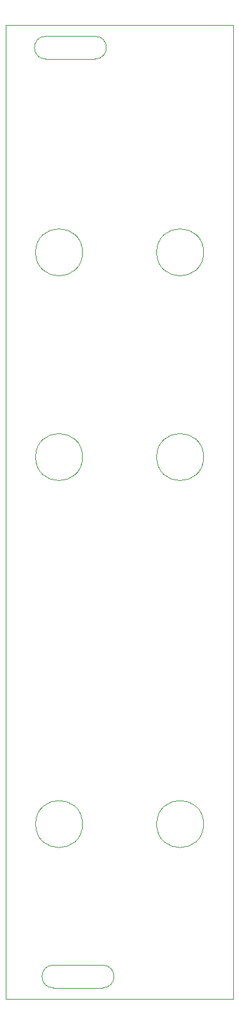
<source format=gm1>
%TF.GenerationSoftware,KiCad,Pcbnew,(6.0.1)*%
%TF.CreationDate,2022-10-24T08:42:42-04:00*%
%TF.ProjectId,ER-MIDI-VC4-01_PANEL,45522d4d-4944-4492-9d56-43342d30315f,1*%
%TF.SameCoordinates,Original*%
%TF.FileFunction,Profile,NP*%
%FSLAX46Y46*%
G04 Gerber Fmt 4.6, Leading zero omitted, Abs format (unit mm)*
G04 Created by KiCad (PCBNEW (6.0.1)) date 2022-10-24 08:42:42*
%MOMM*%
%LPD*%
G01*
G04 APERTURE LIST*
%TA.AperFunction,Profile*%
%ADD10C,0.100000*%
%TD*%
G04 APERTURE END LIST*
D10*
X51600000Y-75000000D02*
G75*
G03*
X51600000Y-75000000I-3100000J0D01*
G01*
X37250000Y-22500000D02*
G75*
G03*
X37250000Y-19500000I0J1500000D01*
G01*
X30750000Y-19500000D02*
X37250000Y-19500000D01*
X31750000Y-142000000D02*
G75*
G03*
X31750000Y-145000000I0J-1500000D01*
G01*
X25500000Y-18000000D02*
X55500000Y-18000000D01*
X55500000Y-18000000D02*
X55500000Y-146500000D01*
X55500000Y-146500000D02*
X25500000Y-146500000D01*
X25500000Y-146500000D02*
X25500000Y-18000000D01*
X35600000Y-48000000D02*
G75*
G03*
X35600000Y-48000000I-3100000J0D01*
G01*
X51600000Y-123400000D02*
G75*
G03*
X51600000Y-123400000I-3100000J0D01*
G01*
X30750000Y-22500000D02*
X37250000Y-22500000D01*
X31750000Y-142000000D02*
X38250000Y-142000000D01*
X31750000Y-145000000D02*
X38250000Y-145000000D01*
X35600000Y-75000000D02*
G75*
G03*
X35600000Y-75000000I-3100000J0D01*
G01*
X30750000Y-19500000D02*
G75*
G03*
X30750000Y-22500000I0J-1500000D01*
G01*
X35600000Y-123400000D02*
G75*
G03*
X35600000Y-123400000I-3100000J0D01*
G01*
X51600000Y-48000000D02*
G75*
G03*
X51600000Y-48000000I-3100000J0D01*
G01*
X38250000Y-145000000D02*
G75*
G03*
X38250000Y-142000000I0J1500000D01*
G01*
M02*

</source>
